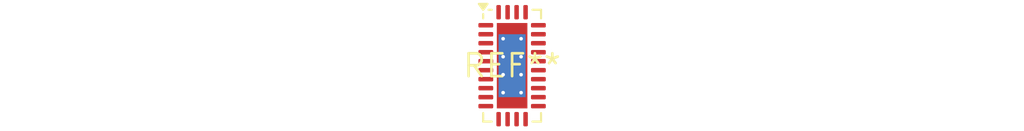
<source format=kicad_pcb>
(kicad_pcb (version 20240108) (generator pcbnew)
  (layers (0 "F.Cu" signal) (31 "B.Cu" signal) (34 "B.Paste" user) (35 "F.Paste" user) (36 "B.SilkS" user "B.Silkscreen") (37 "F.SilkS" user "F.Silkscreen") (38 "B.Mask" user) (39 "F.Mask" user) (44 "Edge.Cuts" user))
  (net 0 "")
  (footprint "QFN-28-1EP_3x6mm_P0.5mm_EP1.7x4.75mm_ThermalVias" (layer "F.Cu") (at 0 0)
    (property "Reference" "REF**")
    (property "Value" "QFN-28-1EP_3x6mm_P0.5mm_EP1.7x4.75mm_ThermalVias")
    (fp_line (start -1.61 -2.635) (end -1.61 -2.87) (layer "F.SilkS") (stroke (width 0.12)))
    (fp_line (start -1.61 3.11) (end -1.61 2.635) (layer "F.SilkS") (stroke (width 0.12)))
    (fp_line (start -1.135 -3.11) (end -1.31 -3.11) (layer "F.SilkS") (stroke (width 0.12)))
    (fp_line (start -1.135 3.11) (end -1.61 3.11) (layer "F.SilkS") (stroke (width 0.12)))
    (fp_line (start 1.135 -3.11) (end 1.61 -3.11) (layer "F.SilkS") (stroke (width 0.12)))
    (fp_line (start 1.135 3.11) (end 1.61 3.11) (layer "F.SilkS") (stroke (width 0.12)))
    (fp_line (start 1.61 -3.11) (end 1.61 -2.635) (layer "F.SilkS") (stroke (width 0.12)))
    (fp_line (start 1.61 3.11) (end 1.61 2.635) (layer "F.SilkS") (stroke (width 0.12)))
    (fp_poly (pts (xy -1.61 -3.11) (xy -1.85 -3.44) (xy -1.37 -3.44) (xy -1.61 -3.11)) (layer "F.SilkS") (stroke (width 0.12)) (fill solid))
    (pad "1" smd roundrect (at -1.4625 -2.25) (size 0.825 0.25) (layers "F.Cu" "F.Paste" "F.Mask"))
    (pad "2" smd roundrect (at -1.4625 -1.75) (size 0.825 0.25) (layers "F.Cu" "F.Paste" "F.Mask"))
    (pad "3" smd roundrect (at -1.4625 -1.25) (size 0.825 0.25) (layers "F.Cu" "F.Paste" "F.Mask"))
    (pad "4" smd roundrect (at -1.4625 -0.75) (size 0.825 0.25) (layers "F.Cu" "F.Paste" "F.Mask"))
    (pad "5" smd roundrect (at -1.4625 -0.25) (size 0.825 0.25) (layers "F.Cu" "F.Paste" "F.Mask"))
    (pad "6" smd roundrect (at -1.4625 0.25) (size 0.825 0.25) (layers "F.Cu" "F.Paste" "F.Mask"))
    (pad "7" smd roundrect (at -1.4625 0.75) (size 0.825 0.25) (layers "F.Cu" "F.Paste" "F.Mask"))
    (pad "8" smd roundrect (at -1.4625 1.25) (size 0.825 0.25) (layers "F.Cu" "F.Paste" "F.Mask"))
    (pad "9" smd roundrect (at -1.4625 1.75) (size 0.825 0.25) (layers "F.Cu" "F.Paste" "F.Mask"))
    (pad "10" smd roundrect (at -1.4625 2.25) (size 0.825 0.25) (layers "F.Cu" "F.Paste" "F.Mask"))
    (pad "11" smd roundrect (at -0.75 2.975) (size 0.25 0.8) (layers "F.Cu" "F.Paste" "F.Mask"))
    (pad "12" smd roundrect (at -0.25 2.975) (size 0.25 0.8) (layers "F.Cu" "F.Paste" "F.Mask"))
    (pad "13" smd roundrect (at 0.25 2.975) (size 0.25 0.8) (layers "F.Cu" "F.Paste" "F.Mask"))
    (pad "14" smd roundrect (at 0.75 2.975) (size 0.25 0.8) (layers "F.Cu" "F.Paste" "F.Mask"))
    (pad "15" smd roundrect (at 1.4625 2.25) (size 0.825 0.25) (layers "F.Cu" "F.Paste" "F.Mask"))
    (pad "16" smd roundrect (at 1.4625 1.75) (size 0.825 0.25) (layers "F.Cu" "F.Paste" "F.Mask"))
    (pad "17" smd roundrect (at 1.4625 1.25) (size 0.825 0.25) (layers "F.Cu" "F.Paste" "F.Mask"))
    (pad "18" smd roundrect (at 1.4625 0.75) (size 0.825 0.25) (layers "F.Cu" "F.Paste" "F.Mask"))
    (pad "19" smd roundrect (at 1.4625 0.25) (size 0.825 0.25) (layers "F.Cu" "F.Paste" "F.Mask"))
    (pad "20" smd roundrect (at 1.4625 -0.25) (size 0.825 0.25) (layers "F.Cu" "F.Paste" "F.Mask"))
    (pad "21" smd roundrect (at 1.4625 -0.75) (size 0.825 0.25) (layers "F.Cu" "F.Paste" "F.Mask"))
    (pad "22" smd roundrect (at 1.4625 -1.25) (size 0.825 0.25) (layers "F.Cu" "F.Paste" "F.Mask"))
    (pad "23" smd roundrect (at 1.4625 -1.75) (size 0.825 0.25) (layers "F.Cu" "F.Paste" "F.Mask"))
    (pad "24" smd roundrect (at 1.4625 -2.25) (size 0.825 0.25) (layers "F.Cu" "F.Paste" "F.Mask"))
    (pad "25" smd roundrect (at 0.75 -2.975) (size 0.25 0.8) (layers "F.Cu" "F.Paste" "F.Mask"))
    (pad "26" smd roundrect (at 0.25 -2.975) (size 0.25 0.8) (layers "F.Cu" "F.Paste" "F.Mask"))
    (pad "27" smd roundrect (at -0.25 -2.975) (size 0.25 0.8) (layers "F.Cu" "F.Paste" "F.Mask"))
    (pad "28" smd roundrect (at -0.75 -2.975) (size 0.25 0.8) (layers "F.Cu" "F.Paste" "F.Mask"))
    (pad "29" thru_hole circle (at -0.5 -1.5) (size 0.5 0.5) (drill 0.2) (property pad_prop_heatsink) (layers *.Cu) (remove_unused_layers))
    (pad "29" thru_hole circle (at -0.5 -0.5) (size 0.5 0.5) (drill 0.2) (property pad_prop_heatsink) (layers *.Cu) (remove_unused_layers))
    (pad "29" thru_hole circle (at -0.5 0.5) (size 0.5 0.5) (drill 0.2) (property pad_prop_heatsink) (layers *.Cu) (remove_unused_layers))
    (pad "29" thru_hole circle (at -0.5 1.5) (size 0.5 0.5) (drill 0.2) (property pad_prop_heatsink) (layers *.Cu) (remove_unused_layers))
    (pad "29" smd rect (at 0 0) (size 1.5 3.5) (property pad_prop_heatsink) (layers "B.Cu"))
    (pad "29" smd rect (at 0 0) (size 1.7 4.75) (property pad_prop_heatsink) (layers "F.Cu" "F.Mask"))
    (pad "29" thru_hole circle (at 0.5 -1.5) (size 0.5 0.5) (drill 0.2) (property pad_prop_heatsink) (layers *.Cu) (remove_unused_layers))
    (pad "29" thru_hole circle (at 0.5 -0.5) (size 0.5 0.5) (drill 0.2) (property pad_prop_heatsink) (layers *.Cu) (remove_unused_layers))
    (pad "29" thru_hole circle (at 0.5 0.5) (size 0.5 0.5) (drill 0.2) (property pad_prop_heatsink) (layers *.Cu) (remove_unused_layers))
    (pad "29" thru_hole circle (at 0.5 1.5) (size 0.5 0.5) (drill 0.2) (property pad_prop_heatsink) (layers *.Cu) (remove_unused_layers))
  )
)
</source>
